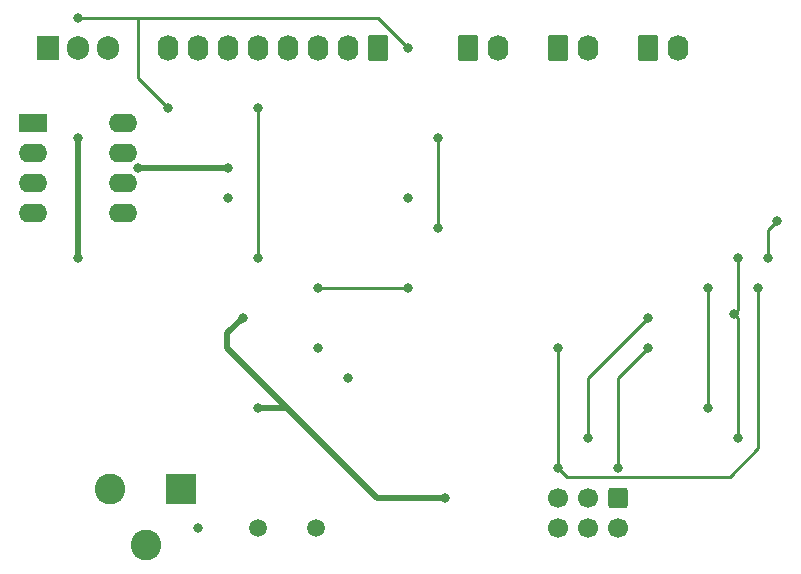
<source format=gbr>
G04 #@! TF.GenerationSoftware,KiCad,Pcbnew,7.0.10*
G04 #@! TF.CreationDate,2024-04-04T22:49:59-05:00*
G04 #@! TF.ProjectId,key,6b65792e-6b69-4636-9164-5f7063625858,rev?*
G04 #@! TF.SameCoordinates,Original*
G04 #@! TF.FileFunction,Copper,L2,Bot*
G04 #@! TF.FilePolarity,Positive*
%FSLAX46Y46*%
G04 Gerber Fmt 4.6, Leading zero omitted, Abs format (unit mm)*
G04 Created by KiCad (PCBNEW 7.0.10) date 2024-04-04 22:49:59*
%MOMM*%
%LPD*%
G01*
G04 APERTURE LIST*
G04 Aperture macros list*
%AMRoundRect*
0 Rectangle with rounded corners*
0 $1 Rounding radius*
0 $2 $3 $4 $5 $6 $7 $8 $9 X,Y pos of 4 corners*
0 Add a 4 corners polygon primitive as box body*
4,1,4,$2,$3,$4,$5,$6,$7,$8,$9,$2,$3,0*
0 Add four circle primitives for the rounded corners*
1,1,$1+$1,$2,$3*
1,1,$1+$1,$4,$5*
1,1,$1+$1,$6,$7*
1,1,$1+$1,$8,$9*
0 Add four rect primitives between the rounded corners*
20,1,$1+$1,$2,$3,$4,$5,0*
20,1,$1+$1,$4,$5,$6,$7,0*
20,1,$1+$1,$6,$7,$8,$9,0*
20,1,$1+$1,$8,$9,$2,$3,0*%
G04 Aperture macros list end*
G04 #@! TA.AperFunction,ComponentPad*
%ADD10RoundRect,0.250000X-0.600000X0.600000X-0.600000X-0.600000X0.600000X-0.600000X0.600000X0.600000X0*%
G04 #@! TD*
G04 #@! TA.AperFunction,ComponentPad*
%ADD11C,1.700000*%
G04 #@! TD*
G04 #@! TA.AperFunction,ComponentPad*
%ADD12R,2.400000X1.600000*%
G04 #@! TD*
G04 #@! TA.AperFunction,ComponentPad*
%ADD13O,2.400000X1.600000*%
G04 #@! TD*
G04 #@! TA.AperFunction,ComponentPad*
%ADD14C,1.500000*%
G04 #@! TD*
G04 #@! TA.AperFunction,ComponentPad*
%ADD15RoundRect,0.250000X0.620000X0.845000X-0.620000X0.845000X-0.620000X-0.845000X0.620000X-0.845000X0*%
G04 #@! TD*
G04 #@! TA.AperFunction,ComponentPad*
%ADD16O,1.740000X2.190000*%
G04 #@! TD*
G04 #@! TA.AperFunction,ComponentPad*
%ADD17R,1.905000X2.000000*%
G04 #@! TD*
G04 #@! TA.AperFunction,ComponentPad*
%ADD18O,1.905000X2.000000*%
G04 #@! TD*
G04 #@! TA.AperFunction,ComponentPad*
%ADD19R,2.600000X2.600000*%
G04 #@! TD*
G04 #@! TA.AperFunction,ComponentPad*
%ADD20C,2.600000*%
G04 #@! TD*
G04 #@! TA.AperFunction,ComponentPad*
%ADD21RoundRect,0.250000X-0.620000X-0.845000X0.620000X-0.845000X0.620000X0.845000X-0.620000X0.845000X0*%
G04 #@! TD*
G04 #@! TA.AperFunction,ViaPad*
%ADD22C,0.800000*%
G04 #@! TD*
G04 #@! TA.AperFunction,Conductor*
%ADD23C,0.508000*%
G04 #@! TD*
G04 #@! TA.AperFunction,Conductor*
%ADD24C,0.254000*%
G04 #@! TD*
G04 APERTURE END LIST*
D10*
G04 #@! TO.P,J4,1,MISO*
G04 #@! TO.N,/MISO*
X177800000Y-99060000D03*
D11*
G04 #@! TO.P,J4,2,VCC*
G04 #@! TO.N,Net-(D1-A)*
X177800000Y-101600000D03*
G04 #@! TO.P,J4,3,SCK*
G04 #@! TO.N,/SCK*
X175260000Y-99060000D03*
G04 #@! TO.P,J4,4,MOSI*
G04 #@! TO.N,/MOSI*
X175260000Y-101600000D03*
G04 #@! TO.P,J4,5,~{RST}*
G04 #@! TO.N,/RESET*
X172720000Y-99060000D03*
G04 #@! TO.P,J4,6,GND*
G04 #@! TO.N,GND*
X172720000Y-101600000D03*
G04 #@! TD*
D12*
G04 #@! TO.P,U2,1,NULL*
G04 #@! TO.N,GND*
X128280000Y-67320000D03*
D13*
G04 #@! TO.P,U2,2,-*
G04 #@! TO.N,Net-(Q1-G)*
X128280000Y-69860000D03*
G04 #@! TO.P,U2,3,+*
G04 #@! TO.N,Net-(U2-+)*
X128280000Y-72400000D03*
G04 #@! TO.P,U2,4,V-*
G04 #@! TO.N,GND*
X128280000Y-74940000D03*
G04 #@! TO.P,U2,5,NULL*
X135900000Y-74940000D03*
G04 #@! TO.P,U2,6*
G04 #@! TO.N,Net-(Q1-G)*
X135900000Y-72400000D03*
G04 #@! TO.P,U2,7,V+*
G04 #@! TO.N,+3.3V*
X135900000Y-69860000D03*
G04 #@! TO.P,U2,8,NC*
G04 #@! TO.N,unconnected-(U2-NC-Pad8)*
X135900000Y-67320000D03*
G04 #@! TD*
D14*
G04 #@! TO.P,Y1,1,1*
G04 #@! TO.N,Net-(U1-XTAL2{slash}PB7)*
X147320000Y-101600000D03*
G04 #@! TO.P,Y1,2,2*
G04 #@! TO.N,Net-(U1-XTAL1{slash}PB6)*
X152200000Y-101600000D03*
G04 #@! TD*
D15*
G04 #@! TO.P,J5,1,Pin_1*
G04 #@! TO.N,/confirmation*
X157480000Y-60960000D03*
D16*
G04 #@! TO.P,J5,2,Pin_2*
G04 #@! TO.N,/button*
X154940000Y-60960000D03*
G04 #@! TO.P,J5,3,Pin_3*
G04 #@! TO.N,/alarm*
X152400000Y-60960000D03*
G04 #@! TO.P,J5,4,Pin_4*
G04 #@! TO.N,/MOSI*
X149860000Y-60960000D03*
G04 #@! TO.P,J5,5,Pin_5*
G04 #@! TO.N,/MISO*
X147320000Y-60960000D03*
G04 #@! TO.P,J5,6,Pin_6*
G04 #@! TO.N,/SCK*
X144780000Y-60960000D03*
G04 #@! TO.P,J5,7,Pin_7*
G04 #@! TO.N,/RESET*
X142240000Y-60960000D03*
G04 #@! TO.P,J5,8,Pin_8*
G04 #@! TO.N,/Csn*
X139700000Y-60960000D03*
G04 #@! TD*
D17*
G04 #@! TO.P,Q1,1,G*
G04 #@! TO.N,Net-(Q1-G)*
X129540000Y-60960000D03*
D18*
G04 #@! TO.P,Q1,2,D*
G04 #@! TO.N,/confirmation*
X132080000Y-60960000D03*
G04 #@! TO.P,Q1,3,S*
G04 #@! TO.N,GND*
X134620000Y-60960000D03*
G04 #@! TD*
D19*
G04 #@! TO.P,J6,1*
G04 #@! TO.N,GND*
X140820000Y-98310000D03*
D20*
G04 #@! TO.P,J6,2*
X134820000Y-98310000D03*
G04 #@! TO.P,J6,3*
G04 #@! TO.N,Net-(U3-VI)*
X137820000Y-103010000D03*
G04 #@! TD*
D21*
G04 #@! TO.P,J3,1,Pin_1*
G04 #@! TO.N,GND*
X165100000Y-60960000D03*
D16*
G04 #@! TO.P,J3,2,Pin_2*
G04 #@! TO.N,Net-(J3-Pin_2)*
X167640000Y-60960000D03*
G04 #@! TD*
D21*
G04 #@! TO.P,J1,1,Pin_1*
G04 #@! TO.N,GND*
X180340000Y-60960000D03*
D16*
G04 #@! TO.P,J1,2,Pin_2*
G04 #@! TO.N,Net-(J1-Pin_2)*
X182880000Y-60960000D03*
G04 #@! TD*
D21*
G04 #@! TO.P,J2,1,Pin_1*
G04 #@! TO.N,/alarm*
X172720000Y-60960000D03*
D16*
G04 #@! TO.P,J2,2,Pin_2*
G04 #@! TO.N,GND*
X175260000Y-60960000D03*
G04 #@! TD*
D22*
G04 #@! TO.N,GND*
X144780000Y-73660000D03*
X160020000Y-73660000D03*
X154940000Y-88900000D03*
X142240000Y-101600000D03*
G04 #@! TO.N,+3.3V*
X146000000Y-83820000D03*
X132080000Y-78740000D03*
X144780000Y-71120000D03*
X147320000Y-91440000D03*
X132080000Y-68580000D03*
X163100000Y-99060000D03*
X137160000Y-71120000D03*
G04 #@! TO.N,/button*
X162560000Y-68580000D03*
X152400000Y-86360000D03*
X162560000Y-76200000D03*
G04 #@! TO.N,/MOSI*
X187960000Y-78740000D03*
X187605433Y-83465433D03*
X187960000Y-93980000D03*
G04 #@! TO.N,/MISO*
X190500000Y-78740000D03*
X177800000Y-96520000D03*
X191278000Y-75545907D03*
X180340000Y-86360000D03*
G04 #@! TO.N,/confirmation*
X139700000Y-66040000D03*
X132080000Y-58420000D03*
X160020000Y-60960000D03*
G04 #@! TO.N,/SCK*
X180340000Y-83820000D03*
X175260000Y-93980000D03*
G04 #@! TO.N,Net-(U1-XTAL1{slash}PB6)*
X160020000Y-81280000D03*
X152400000Y-81280000D03*
G04 #@! TO.N,/RESET*
X172720000Y-86360000D03*
X172720000Y-96520000D03*
X147320000Y-66040000D03*
X147320000Y-78740000D03*
X189646000Y-81280000D03*
G04 #@! TO.N,unconnected-(DWM1-IRQ{slash}GPIO8-Pad22)*
X185420000Y-81280000D03*
X185420000Y-91440000D03*
G04 #@! TD*
D23*
G04 #@! TO.N,+3.3V*
X144716691Y-86360000D02*
X149828345Y-91471655D01*
X149796690Y-91440000D02*
X147320000Y-91440000D01*
X132080000Y-68580000D02*
X132080000Y-78740000D01*
X144780000Y-71120000D02*
X137160000Y-71120000D01*
X157416691Y-99060000D02*
X163100000Y-99060000D01*
X144716691Y-85103309D02*
X146000000Y-83820000D01*
X149828345Y-91471655D02*
X157416691Y-99060000D01*
X149828345Y-91471655D02*
X149796690Y-91440000D01*
X144716691Y-86360000D02*
X144716691Y-85103309D01*
D24*
G04 #@! TO.N,/button*
X162560000Y-68580000D02*
X162560000Y-76200000D01*
G04 #@! TO.N,/MOSI*
X187960000Y-83110866D02*
X187605433Y-83465433D01*
X187960000Y-83820000D02*
X187960000Y-93980000D01*
X187605433Y-83465433D02*
X187960000Y-83820000D01*
X187960000Y-78740000D02*
X187960000Y-83110866D01*
G04 #@! TO.N,/MISO*
X177800000Y-96520000D02*
X177800000Y-88900000D01*
X190500000Y-76323907D02*
X190500000Y-78740000D01*
X191278000Y-75545907D02*
X190500000Y-76323907D01*
X177800000Y-88900000D02*
X180340000Y-86360000D01*
G04 #@! TO.N,/confirmation*
X137160000Y-58420000D02*
X157480000Y-58420000D01*
X157480000Y-58420000D02*
X160020000Y-60960000D01*
X137160000Y-63500000D02*
X139700000Y-66040000D01*
X137160000Y-58420000D02*
X137160000Y-63500000D01*
X132080000Y-58420000D02*
X137160000Y-58420000D01*
G04 #@! TO.N,/SCK*
X175260000Y-93980000D02*
X175260000Y-88900000D01*
X175260000Y-88900000D02*
X180340000Y-83820000D01*
G04 #@! TO.N,Net-(U1-XTAL1{slash}PB6)*
X152400000Y-81280000D02*
X160020000Y-81280000D01*
G04 #@! TO.N,/RESET*
X173447000Y-97247000D02*
X187233000Y-97247000D01*
X187233000Y-97247000D02*
X189646000Y-94834000D01*
X189646000Y-94834000D02*
X189646000Y-81280000D01*
X172720000Y-96520000D02*
X173447000Y-97247000D01*
X147320000Y-78740000D02*
X147320000Y-66040000D01*
X172720000Y-86360000D02*
X172720000Y-96520000D01*
G04 #@! TO.N,unconnected-(DWM1-IRQ{slash}GPIO8-Pad22)*
X185420000Y-81280000D02*
X185420000Y-91440000D01*
G04 #@! TD*
M02*

</source>
